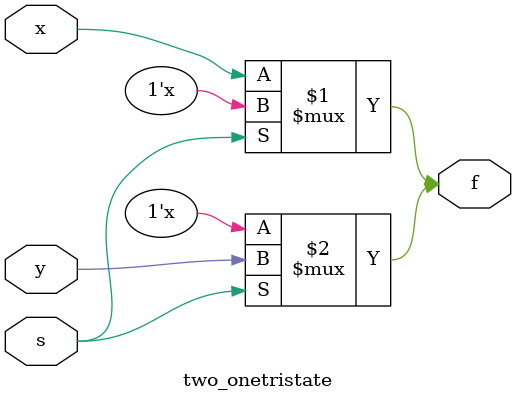
<source format=v>
`timescale 1ns / 1ps


module two_onetristate(input x,y,s,output f);
bufif0 buf_1(f,x,s);
bufif1 buf_2(f,y,s);
endmodule

</source>
